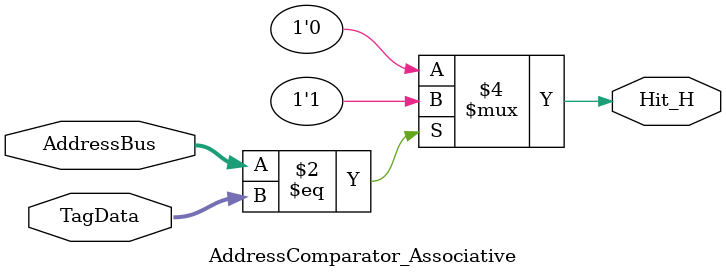
<source format=v>
module AddressComparator_Associative(
  input [24:0] AddressBus,
  input [24:0] TagData,

  output reg Hit_H
);

always@(*)begin
  if(AddressBus == TagData) Hit_H=1;
  else Hit_H = 0;
end

endmodule

</source>
